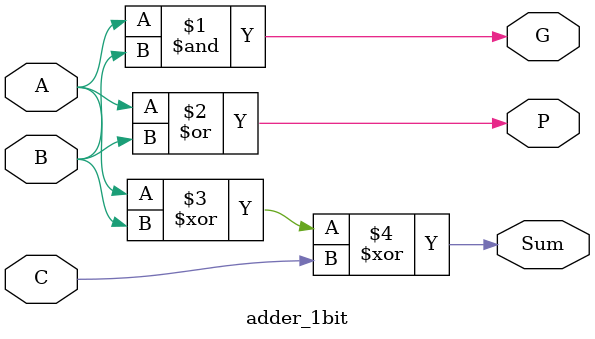
<source format=v>

module adder_1bit (

    input A,
    input B,
    input  C,

    output Sum,
    output G,
    output P );
    

    assign G = (A & B);
    assign P = (A | B);

    assign Sum = A ^ B ^ C;  

endmodule 
</source>
